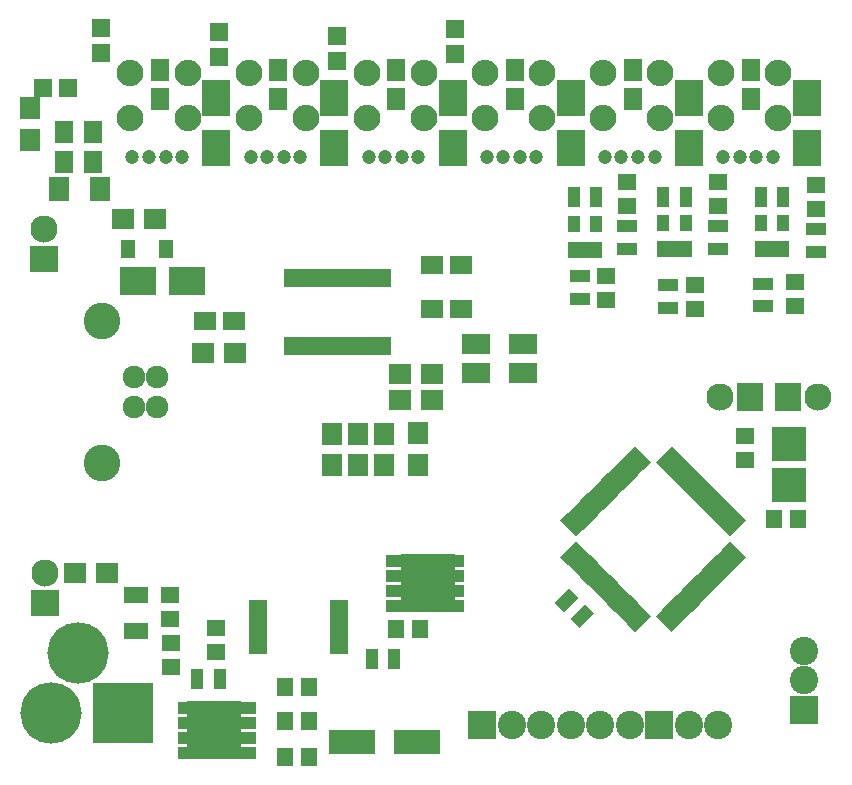
<source format=gts>
G04 #@! TF.FileFunction,Soldermask,Top*
%FSLAX46Y46*%
G04 Gerber Fmt 4.6, Leading zero omitted, Abs format (unit mm)*
G04 Created by KiCad (PCBNEW 4.0.1-stable) date 07.06.2016 17:51:43*
%MOMM*%
G01*
G04 APERTURE LIST*
%ADD10C,0.100000*%
%ADD11R,0.800000X1.500000*%
%ADD12R,1.598880X1.598880*%
%ADD13R,1.700480X2.099260*%
%ADD14R,1.600000X0.800000*%
%ADD15R,2.300000X2.400000*%
%ADD16C,2.300000*%
%ADD17R,1.400000X1.075000*%
%ADD18R,4.695000X4.910000*%
%ADD19R,1.400000X1.650000*%
%ADD20R,1.100000X1.700000*%
%ADD21R,2.400000X2.300000*%
%ADD22C,5.200600*%
%ADD23R,5.200600X5.200600*%
%ADD24R,3.999180X2.000200*%
%ADD25R,1.650000X1.400000*%
%ADD26R,2.000000X1.400000*%
%ADD27R,2.400000X1.700000*%
%ADD28R,1.650000X1.900000*%
%ADD29C,1.924000*%
%ADD30C,3.100020*%
%ADD31O,2.250000X2.250000*%
%ADD32C,1.200000*%
%ADD33R,1.900000X1.650000*%
%ADD34R,2.429460X3.051760*%
%ADD35R,3.051760X2.429460*%
%ADD36R,1.700000X1.100000*%
%ADD37R,1.050000X1.460000*%
%ADD38R,2.400000X2.400000*%
%ADD39C,2.400000*%
%ADD40R,2.900000X2.900000*%
%ADD41R,1.310000X1.620000*%
%ADD42R,1.900000X1.700000*%
%ADD43R,1.700000X1.900000*%
G04 APERTURE END LIST*
D10*
D11*
X129225000Y-71900000D03*
X128575000Y-71900000D03*
X127925000Y-71900000D03*
X127275000Y-71900000D03*
X126625000Y-71900000D03*
X125975000Y-71900000D03*
X125325000Y-71900000D03*
X124675000Y-71900000D03*
X124025000Y-71900000D03*
X123375000Y-71900000D03*
X122725000Y-71900000D03*
X122075000Y-71900000D03*
X121425000Y-71900000D03*
X120775000Y-71900000D03*
X120775000Y-77600000D03*
X121425000Y-77600000D03*
X122075000Y-77600000D03*
X122725000Y-77600000D03*
X123375000Y-77600000D03*
X124025000Y-77600000D03*
X124675000Y-77600000D03*
X125325000Y-77600000D03*
X125975000Y-77600000D03*
X126625000Y-77600000D03*
X127275000Y-77600000D03*
X127925000Y-77600000D03*
X128575000Y-77600000D03*
X129225000Y-77600000D03*
D12*
X102200000Y-55800000D03*
X100101960Y-55800000D03*
D13*
X101400000Y-64350000D03*
X104900120Y-64350000D03*
D12*
X134960000Y-52928880D03*
X134960000Y-50830840D03*
X125000000Y-51370840D03*
X125000000Y-53468880D03*
X115000000Y-53129160D03*
X115000000Y-51031120D03*
X105000000Y-50700000D03*
X105000000Y-52798040D03*
D14*
X118250000Y-99450000D03*
X118250000Y-100100000D03*
X118250000Y-100750000D03*
X118250000Y-101400000D03*
X118250000Y-102050000D03*
X118250000Y-102700000D03*
X118250000Y-103350000D03*
X125150000Y-103350000D03*
X125150000Y-102700000D03*
X125150000Y-102050000D03*
X125150000Y-101400000D03*
X125150000Y-100750000D03*
X125150000Y-100100000D03*
X125150000Y-99450000D03*
D15*
X159900000Y-81950000D03*
D16*
X157360000Y-81950000D03*
D17*
X129800000Y-95820000D03*
X129800000Y-97090000D03*
X129800000Y-98360000D03*
X129800000Y-99630000D03*
X135050000Y-99630000D03*
X135050000Y-98360000D03*
X135050000Y-97090000D03*
X135050000Y-95820000D03*
D18*
X132697500Y-97725000D03*
D17*
X117450000Y-112060000D03*
X117450000Y-110790000D03*
X117450000Y-109520000D03*
X117450000Y-108250000D03*
X112200000Y-108250000D03*
X112200000Y-109520000D03*
X112200000Y-110790000D03*
X112200000Y-112060000D03*
D18*
X114552500Y-110155000D03*
D19*
X122600000Y-106550000D03*
X120600000Y-106550000D03*
X120600000Y-109400000D03*
X122600000Y-109400000D03*
D20*
X129800000Y-104150000D03*
X127900000Y-104150000D03*
X115050000Y-105800000D03*
X113150000Y-105800000D03*
D15*
X163150000Y-81950000D03*
D16*
X165690000Y-81950000D03*
D21*
X100200000Y-99390000D03*
D16*
X100200000Y-96850000D03*
D22*
X100764000Y-108680000D03*
D23*
X106860000Y-108680000D03*
D22*
X103050000Y-103600000D03*
D24*
X131701640Y-111150000D03*
X126200000Y-111150000D03*
D19*
X122600000Y-112400000D03*
X120600000Y-112400000D03*
D25*
X110850000Y-98750000D03*
X110850000Y-100750000D03*
D19*
X131950000Y-101600000D03*
X129950000Y-101600000D03*
D25*
X114750000Y-103550000D03*
X114750000Y-101550000D03*
X110900000Y-102800000D03*
X110900000Y-104800000D03*
D26*
X107950000Y-101750000D03*
X107950000Y-98750000D03*
D27*
X140750000Y-77500000D03*
X136750000Y-77500000D03*
X136750000Y-79900000D03*
X140750000Y-79900000D03*
D28*
X104313575Y-62029999D03*
X104313575Y-59529999D03*
D10*
G36*
X144555188Y-96159709D02*
X143883437Y-95487958D01*
X145226940Y-94144455D01*
X145898691Y-94816206D01*
X144555188Y-96159709D01*
X144555188Y-96159709D01*
G37*
G36*
X145120874Y-96725394D02*
X144449123Y-96053643D01*
X145792626Y-94710140D01*
X146464377Y-95381891D01*
X145120874Y-96725394D01*
X145120874Y-96725394D01*
G37*
G36*
X145686559Y-97291079D02*
X145014808Y-96619328D01*
X146358311Y-95275825D01*
X147030062Y-95947576D01*
X145686559Y-97291079D01*
X145686559Y-97291079D01*
G37*
G36*
X146252244Y-97856765D02*
X145580493Y-97185014D01*
X146923996Y-95841511D01*
X147595747Y-96513262D01*
X146252244Y-97856765D01*
X146252244Y-97856765D01*
G37*
G36*
X146817930Y-98422450D02*
X146146179Y-97750699D01*
X147489682Y-96407196D01*
X148161433Y-97078947D01*
X146817930Y-98422450D01*
X146817930Y-98422450D01*
G37*
G36*
X147383615Y-98988136D02*
X146711864Y-98316385D01*
X148055367Y-96972882D01*
X148727118Y-97644633D01*
X147383615Y-98988136D01*
X147383615Y-98988136D01*
G37*
G36*
X147949301Y-99553821D02*
X147277550Y-98882070D01*
X148621053Y-97538567D01*
X149292804Y-98210318D01*
X147949301Y-99553821D01*
X147949301Y-99553821D01*
G37*
G36*
X148514986Y-100119507D02*
X147843235Y-99447756D01*
X149186738Y-98104253D01*
X149858489Y-98776004D01*
X148514986Y-100119507D01*
X148514986Y-100119507D01*
G37*
G36*
X149080672Y-100685192D02*
X148408921Y-100013441D01*
X149752424Y-98669938D01*
X150424175Y-99341689D01*
X149080672Y-100685192D01*
X149080672Y-100685192D01*
G37*
G36*
X149646357Y-101250877D02*
X148974606Y-100579126D01*
X150318109Y-99235623D01*
X150989860Y-99907374D01*
X149646357Y-101250877D01*
X149646357Y-101250877D01*
G37*
G36*
X150212042Y-101816563D02*
X149540291Y-101144812D01*
X150883794Y-99801309D01*
X151555545Y-100473060D01*
X150212042Y-101816563D01*
X150212042Y-101816563D01*
G37*
G36*
X153959709Y-101144812D02*
X153287958Y-101816563D01*
X151944455Y-100473060D01*
X152616206Y-99801309D01*
X153959709Y-101144812D01*
X153959709Y-101144812D01*
G37*
G36*
X154525394Y-100579126D02*
X153853643Y-101250877D01*
X152510140Y-99907374D01*
X153181891Y-99235623D01*
X154525394Y-100579126D01*
X154525394Y-100579126D01*
G37*
G36*
X155091079Y-100013441D02*
X154419328Y-100685192D01*
X153075825Y-99341689D01*
X153747576Y-98669938D01*
X155091079Y-100013441D01*
X155091079Y-100013441D01*
G37*
G36*
X155656765Y-99447756D02*
X154985014Y-100119507D01*
X153641511Y-98776004D01*
X154313262Y-98104253D01*
X155656765Y-99447756D01*
X155656765Y-99447756D01*
G37*
G36*
X156222450Y-98882070D02*
X155550699Y-99553821D01*
X154207196Y-98210318D01*
X154878947Y-97538567D01*
X156222450Y-98882070D01*
X156222450Y-98882070D01*
G37*
G36*
X156788136Y-98316385D02*
X156116385Y-98988136D01*
X154772882Y-97644633D01*
X155444633Y-96972882D01*
X156788136Y-98316385D01*
X156788136Y-98316385D01*
G37*
G36*
X157353821Y-97750699D02*
X156682070Y-98422450D01*
X155338567Y-97078947D01*
X156010318Y-96407196D01*
X157353821Y-97750699D01*
X157353821Y-97750699D01*
G37*
G36*
X157919507Y-97185014D02*
X157247756Y-97856765D01*
X155904253Y-96513262D01*
X156576004Y-95841511D01*
X157919507Y-97185014D01*
X157919507Y-97185014D01*
G37*
G36*
X158485192Y-96619328D02*
X157813441Y-97291079D01*
X156469938Y-95947576D01*
X157141689Y-95275825D01*
X158485192Y-96619328D01*
X158485192Y-96619328D01*
G37*
G36*
X159050877Y-96053643D02*
X158379126Y-96725394D01*
X157035623Y-95381891D01*
X157707374Y-94710140D01*
X159050877Y-96053643D01*
X159050877Y-96053643D01*
G37*
G36*
X159616563Y-95487958D02*
X158944812Y-96159709D01*
X157601309Y-94816206D01*
X158273060Y-94144455D01*
X159616563Y-95487958D01*
X159616563Y-95487958D01*
G37*
G36*
X158273060Y-93755545D02*
X157601309Y-93083794D01*
X158944812Y-91740291D01*
X159616563Y-92412042D01*
X158273060Y-93755545D01*
X158273060Y-93755545D01*
G37*
G36*
X157707374Y-93189860D02*
X157035623Y-92518109D01*
X158379126Y-91174606D01*
X159050877Y-91846357D01*
X157707374Y-93189860D01*
X157707374Y-93189860D01*
G37*
G36*
X157141689Y-92624175D02*
X156469938Y-91952424D01*
X157813441Y-90608921D01*
X158485192Y-91280672D01*
X157141689Y-92624175D01*
X157141689Y-92624175D01*
G37*
G36*
X156576004Y-92058489D02*
X155904253Y-91386738D01*
X157247756Y-90043235D01*
X157919507Y-90714986D01*
X156576004Y-92058489D01*
X156576004Y-92058489D01*
G37*
G36*
X156010318Y-91492804D02*
X155338567Y-90821053D01*
X156682070Y-89477550D01*
X157353821Y-90149301D01*
X156010318Y-91492804D01*
X156010318Y-91492804D01*
G37*
G36*
X155444633Y-90927118D02*
X154772882Y-90255367D01*
X156116385Y-88911864D01*
X156788136Y-89583615D01*
X155444633Y-90927118D01*
X155444633Y-90927118D01*
G37*
G36*
X154878947Y-90361433D02*
X154207196Y-89689682D01*
X155550699Y-88346179D01*
X156222450Y-89017930D01*
X154878947Y-90361433D01*
X154878947Y-90361433D01*
G37*
G36*
X154313262Y-89795747D02*
X153641511Y-89123996D01*
X154985014Y-87780493D01*
X155656765Y-88452244D01*
X154313262Y-89795747D01*
X154313262Y-89795747D01*
G37*
G36*
X153747576Y-89230062D02*
X153075825Y-88558311D01*
X154419328Y-87214808D01*
X155091079Y-87886559D01*
X153747576Y-89230062D01*
X153747576Y-89230062D01*
G37*
G36*
X153181891Y-88664377D02*
X152510140Y-87992626D01*
X153853643Y-86649123D01*
X154525394Y-87320874D01*
X153181891Y-88664377D01*
X153181891Y-88664377D01*
G37*
G36*
X152616206Y-88098691D02*
X151944455Y-87426940D01*
X153287958Y-86083437D01*
X153959709Y-86755188D01*
X152616206Y-88098691D01*
X152616206Y-88098691D01*
G37*
G36*
X151555545Y-87426940D02*
X150883794Y-88098691D01*
X149540291Y-86755188D01*
X150212042Y-86083437D01*
X151555545Y-87426940D01*
X151555545Y-87426940D01*
G37*
G36*
X150989860Y-87992626D02*
X150318109Y-88664377D01*
X148974606Y-87320874D01*
X149646357Y-86649123D01*
X150989860Y-87992626D01*
X150989860Y-87992626D01*
G37*
G36*
X150424175Y-88558311D02*
X149752424Y-89230062D01*
X148408921Y-87886559D01*
X149080672Y-87214808D01*
X150424175Y-88558311D01*
X150424175Y-88558311D01*
G37*
G36*
X149858489Y-89123996D02*
X149186738Y-89795747D01*
X147843235Y-88452244D01*
X148514986Y-87780493D01*
X149858489Y-89123996D01*
X149858489Y-89123996D01*
G37*
G36*
X149292804Y-89689682D02*
X148621053Y-90361433D01*
X147277550Y-89017930D01*
X147949301Y-88346179D01*
X149292804Y-89689682D01*
X149292804Y-89689682D01*
G37*
G36*
X148727118Y-90255367D02*
X148055367Y-90927118D01*
X146711864Y-89583615D01*
X147383615Y-88911864D01*
X148727118Y-90255367D01*
X148727118Y-90255367D01*
G37*
G36*
X148161433Y-90821053D02*
X147489682Y-91492804D01*
X146146179Y-90149301D01*
X146817930Y-89477550D01*
X148161433Y-90821053D01*
X148161433Y-90821053D01*
G37*
G36*
X147595747Y-91386738D02*
X146923996Y-92058489D01*
X145580493Y-90714986D01*
X146252244Y-90043235D01*
X147595747Y-91386738D01*
X147595747Y-91386738D01*
G37*
G36*
X147030062Y-91952424D02*
X146358311Y-92624175D01*
X145014808Y-91280672D01*
X145686559Y-90608921D01*
X147030062Y-91952424D01*
X147030062Y-91952424D01*
G37*
G36*
X146464377Y-92518109D02*
X145792626Y-93189860D01*
X144449123Y-91846357D01*
X145120874Y-91174606D01*
X146464377Y-92518109D01*
X146464377Y-92518109D01*
G37*
G36*
X145898691Y-93083794D02*
X145226940Y-93755545D01*
X143883437Y-92412042D01*
X144555188Y-91740291D01*
X145898691Y-93083794D01*
X145898691Y-93083794D01*
G37*
D19*
X162000000Y-92250000D03*
X164000000Y-92250000D03*
D20*
X145000000Y-65000000D03*
X146900000Y-65000000D03*
D29*
X109748980Y-82790000D03*
X109748980Y-80250000D03*
X107750000Y-80250000D03*
X107750000Y-82790000D03*
D30*
X105049980Y-87519480D03*
X105049980Y-75520520D03*
D31*
X127480000Y-58340000D03*
X127480000Y-54500000D03*
X132320000Y-54500000D03*
D32*
X131850000Y-61610000D03*
X130450000Y-61610000D03*
X129050000Y-61610000D03*
D31*
X132320000Y-58340000D03*
D32*
X127650000Y-61610000D03*
D31*
X147480000Y-58340000D03*
X147480000Y-54500000D03*
X152320000Y-54500000D03*
D32*
X151850000Y-61610000D03*
X150450000Y-61610000D03*
X149050000Y-61610000D03*
D31*
X152320000Y-58340000D03*
D32*
X147650000Y-61610000D03*
D31*
X137480000Y-58340000D03*
X137480000Y-54500000D03*
X142320000Y-54500000D03*
D32*
X141850000Y-61610000D03*
X140450000Y-61610000D03*
X139050000Y-61610000D03*
D31*
X142320000Y-58340000D03*
D32*
X137650000Y-61610000D03*
D31*
X117480000Y-58340000D03*
X117480000Y-54500000D03*
X122320000Y-54500000D03*
D32*
X121850000Y-61610000D03*
X120450000Y-61610000D03*
X119050000Y-61610000D03*
D31*
X122320000Y-58340000D03*
D32*
X117650000Y-61610000D03*
D33*
X133000000Y-70750000D03*
X135500000Y-70750000D03*
X135500000Y-74500000D03*
X133000000Y-74500000D03*
D34*
X114750000Y-56664660D03*
X114750000Y-60835340D03*
X124750000Y-56664660D03*
X124750000Y-60835340D03*
X144750000Y-60835340D03*
X144750000Y-56664660D03*
X134750000Y-60835340D03*
X134750000Y-56664660D03*
D35*
X108129320Y-72150000D03*
X112300000Y-72150000D03*
D21*
X100150000Y-70300000D03*
D16*
X100150000Y-67760000D03*
D34*
X154750000Y-60835340D03*
X154750000Y-56664660D03*
X164750000Y-60835340D03*
X164750000Y-56664660D03*
D25*
X149500000Y-63750000D03*
X149500000Y-65750000D03*
X155250000Y-72500000D03*
X155250000Y-74500000D03*
X147750000Y-71750000D03*
X147750000Y-73750000D03*
X159500000Y-87250000D03*
X159500000Y-85250000D03*
X157250000Y-63750000D03*
X157250000Y-65750000D03*
X163750000Y-72250000D03*
X163750000Y-74250000D03*
X165500000Y-64000000D03*
X165500000Y-66000000D03*
D36*
X149500000Y-67500000D03*
X149500000Y-69400000D03*
X157250000Y-67500000D03*
X157250000Y-69400000D03*
D20*
X152600000Y-65000000D03*
X154500000Y-65000000D03*
D36*
X165500000Y-67750000D03*
X165500000Y-69650000D03*
D20*
X160850000Y-65000000D03*
X162750000Y-65000000D03*
D37*
X145000000Y-69500000D03*
X145950000Y-69500000D03*
X146900000Y-69500000D03*
X146900000Y-67300000D03*
X145000000Y-67300000D03*
X152600000Y-69450000D03*
X153550000Y-69450000D03*
X154500000Y-69450000D03*
X154500000Y-67250000D03*
X152600000Y-67250000D03*
X160850000Y-69450000D03*
X161800000Y-69450000D03*
X162750000Y-69450000D03*
X162750000Y-67250000D03*
X160850000Y-67250000D03*
D38*
X164500000Y-108500000D03*
D39*
X164500000Y-105960000D03*
X164500000Y-103460000D03*
D40*
X163200000Y-89400000D03*
X163200000Y-85900000D03*
D38*
X152210000Y-109700000D03*
D39*
X154750000Y-109700000D03*
X157250000Y-109700000D03*
D31*
X157480000Y-58340000D03*
X157480000Y-54500000D03*
X162320000Y-54500000D03*
D32*
X161850000Y-61610000D03*
X160450000Y-61610000D03*
X159050000Y-61610000D03*
D31*
X162320000Y-58340000D03*
D32*
X157650000Y-61610000D03*
D31*
X107480000Y-58340000D03*
X107480000Y-54500000D03*
X112320000Y-54500000D03*
D32*
X111850000Y-61610000D03*
X110450000Y-61610000D03*
X109050000Y-61610000D03*
D31*
X112320000Y-58340000D03*
D32*
X107650000Y-61610000D03*
D41*
X107250000Y-69400000D03*
X110520000Y-69400000D03*
D36*
X145500000Y-71750000D03*
X145500000Y-73650000D03*
D10*
G36*
X146739949Y-100287868D02*
X145537868Y-101489949D01*
X144760051Y-100712132D01*
X145962132Y-99510051D01*
X146739949Y-100287868D01*
X146739949Y-100287868D01*
G37*
G36*
X145396447Y-98944366D02*
X144194366Y-100146447D01*
X143416549Y-99368630D01*
X144618630Y-98166549D01*
X145396447Y-98944366D01*
X145396447Y-98944366D01*
G37*
D36*
X153000000Y-72500000D03*
X153000000Y-74400000D03*
X161000000Y-72350000D03*
X161000000Y-74250000D03*
D38*
X137213500Y-109700000D03*
D39*
X139750000Y-109700000D03*
X142250000Y-109700000D03*
X144750000Y-109700000D03*
X147250000Y-109700000D03*
X149750000Y-109700000D03*
D28*
X110000000Y-54250000D03*
X110000000Y-56750000D03*
X120000000Y-54250000D03*
X120000000Y-56750000D03*
X140000000Y-54250000D03*
X140000000Y-56750000D03*
X130000000Y-54250000D03*
X130000000Y-56750000D03*
X150000000Y-54250000D03*
X150000000Y-56750000D03*
X160000000Y-54250000D03*
X160000000Y-56750000D03*
X101813575Y-62029999D03*
X101813575Y-59529999D03*
D33*
X116250000Y-75500000D03*
X113750000Y-75500000D03*
D42*
X109550000Y-66850000D03*
X106850000Y-66850000D03*
X133000000Y-82200000D03*
X130300000Y-82200000D03*
D43*
X131850000Y-87700000D03*
X131850000Y-85000000D03*
X99000000Y-57500000D03*
X99000000Y-60200000D03*
D42*
X133000000Y-80050000D03*
X130300000Y-80050000D03*
D43*
X128950000Y-87750000D03*
X128950000Y-85050000D03*
X124550000Y-87750000D03*
X124550000Y-85050000D03*
D42*
X116350000Y-78250000D03*
X113650000Y-78250000D03*
D43*
X126750000Y-87750000D03*
X126750000Y-85050000D03*
D42*
X105500000Y-96850000D03*
X102800000Y-96850000D03*
M02*

</source>
